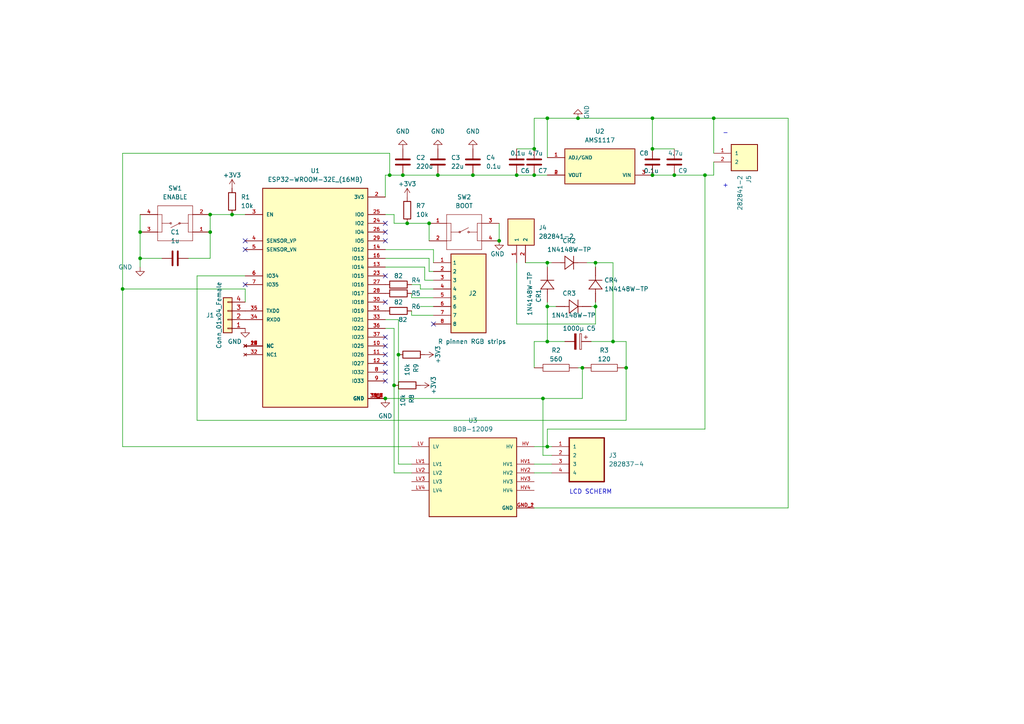
<source format=kicad_sch>
(kicad_sch (version 20211123) (generator eeschema)
  (paper "A4")
  (lib_symbols
    (symbol "1825910-6:1825910-6" (pin_names (offset 1.016) hide)
      (property "Reference" "SW" (at -5.08 5.842 0))
      (property "Value" "1825910-6" (at -5.08 -7.62 0))
      (symbol "1825910-6_0_0"
        (circle (center -1.27 0) (radius 0.254) (stroke (width 0.127)))
        (polyline (pts (xy -5.08 -5.08) (xy 5.08 -5.08)) (stroke (width 0.127)))
        (polyline (pts (xy -5.08 -2.54) (xy -5.08 -5.08)) (stroke (width 0.127)))
        (polyline (pts (xy -5.08 2.54) (xy -5.08 -2.54)) (stroke (width 0.127)))
        (polyline (pts (xy -5.08 2.54) (xy -3.81 2.54)) (stroke (width 0.127)))
        (polyline (pts (xy -5.08 5.08) (xy -5.08 2.54)) (stroke (width 0.127)))
        (polyline (pts (xy -5.08 5.08) (xy 5.08 5.08)) (stroke (width 0.127)))
        (polyline (pts (xy -3.81 -2.54) (xy -5.08 -2.54)) (stroke (width 0.127)))
        (polyline (pts (xy -3.81 0) (xy -3.81 -2.54)) (stroke (width 0.127)))
        (polyline (pts (xy -3.81 0) (xy -1.27 0)) (stroke (width 0.127)))
        (polyline (pts (xy -3.81 2.54) (xy -3.81 0)) (stroke (width 0.127)))
        (polyline (pts (xy -1.27 0) (xy 1.27 1.27)) (stroke (width 0.127)))
        (polyline (pts (xy 1.27 0) (xy 3.81 0)) (stroke (width 0.127)))
        (polyline (pts (xy 3.81 -2.54) (xy 5.08 -2.54)) (stroke (width 0.127)))
        (polyline (pts (xy 3.81 0) (xy 3.81 -2.54)) (stroke (width 0.127)))
        (polyline (pts (xy 3.81 0) (xy 3.81 2.54)) (stroke (width 0.127)))
        (polyline (pts (xy 3.81 2.54) (xy 5.08 2.54)) (stroke (width 0.127)))
        (polyline (pts (xy 5.08 -2.54) (xy 5.08 -5.08)) (stroke (width 0.127)))
        (polyline (pts (xy 5.08 2.54) (xy 5.08 -2.54)) (stroke (width 0.127)))
        (polyline (pts (xy 5.08 5.08) (xy 5.08 2.54)) (stroke (width 0.127)))
        (circle (center 1.27 0) (radius 0.254) (stroke (width 0.127)))
        (pin passive line (at -10.16 2.54 0) (length 5.08) (name "~") (number "1"))
        (pin passive line (at -10.16 -2.54 0) (length 5.08) (name "~") (number "2"))
        (pin passive line (at 10.16 2.54 180) (length 5.08) (name "~") (number "3"))
        (pin passive line (at 10.16 -2.54 180) (length 5.08) (name "~") (number "4"))
      )
    )
    (symbol "1N4148W-TP:1N4148W-TP" (pin_numbers hide) (pin_names (offset 1.016) hide)
      (property "Reference" "CR" (at -2.8194 2.6924 0))
      (property "Value" "1N4148W-TP" (at -3.8862 -5.5372 0))
      (symbol "1N4148W-TP_0_0"
        (polyline (pts (xy 2.54 0) (xy 3.81 0)) (stroke (width 0.2032)))
        (polyline (pts (xy 3.81 -1.905) (xy 6.35 0)) (stroke (width 0.2032)))
        (polyline (pts (xy 3.81 0) (xy 3.81 -1.905)) (stroke (width 0.2032)))
        (polyline (pts (xy 3.81 1.905) (xy 3.81 0)) (stroke (width 0.2032)))
        (polyline (pts (xy 6.35 -1.905) (xy 6.35 0)) (stroke (width 0.2032)))
        (polyline (pts (xy 6.35 0) (xy 3.81 1.905)) (stroke (width 0.2032)))
        (polyline (pts (xy 6.35 0) (xy 6.35 1.905)) (stroke (width 0.2032)))
        (polyline (pts (xy 6.35 0) (xy 7.62 0)) (stroke (width 0.2032)))
        (pin passive line (at 10.16 0 180) (length 2.54) (name "~") (number "1"))
        (pin passive line (at 0 0 0) (length 2.54) (name "~") (number "2"))
      )
    )
    (symbol "282837-4:282837-4" (pin_names (offset 1.016))
      (property "Reference" "J" (at 0 12.7 0))
      (property "Value" "282837-4" (at 0 -10.16 0))
      (symbol "282837-4_0_0"
        (rectangle (start -5.08 -5.08) (end 5.08 7.62) (stroke (width 0.4064)) (fill (type background)))
        (pin passive line (at -10.16 5.08 0) (length 5.08) (name "1") (number "1"))
        (pin passive line (at -10.16 2.54 0) (length 5.08) (name "2") (number "2"))
        (pin passive line (at -10.16 0 0) (length 5.08) (name "3") (number "3"))
        (pin passive line (at -10.16 -2.54 0) (length 5.08) (name "4") (number "4"))
      )
    )
    (symbol "282841-2:282841-2" (pin_names (offset 1.016))
      (property "Reference" "J" (at 0 10.16 0))
      (property "Value" "282841-2" (at 0 -7.62 0))
      (symbol "282841-2_0_0"
        (rectangle (start -5.08 -2.54) (end 2.54 5.08) (stroke (width 0.254)) (fill (type background)))
        (pin passive line (at -10.16 2.54 0) (length 5.08) (name "1") (number "1"))
        (pin passive line (at -10.16 0 0) (length 5.08) (name "2") (number "2"))
      )
    )
    (symbol "282841-5:8_pin_connector"
      (property "Reference" "U" (at -5.08 12.7 0))
      (property "Value" "8_pin_connector" (at 0 -13.97 0))
      (symbol "8_pin_connector_0_0"
        (pin passive line (at -10.16 8.89 0) (length 5.08) (name "1") (number "1"))
        (pin passive line (at -10.16 6.35 0) (length 5.08) (name "2") (number "2"))
        (pin passive line (at -10.16 3.81 0) (length 5.08) (name "3") (number "3"))
        (pin passive line (at -10.16 1.27 0) (length 5.08) (name "4") (number "4"))
        (pin passive line (at -10.16 -1.27 0) (length 5.08) (name "5") (number "5"))
        (pin passive line (at -10.16 -3.81 0) (length 5.08) (name "6") (number "6"))
        (pin passive line (at -10.16 -6.35 0) (length 5.08) (name "7") (number "7"))
        (pin passive line (at -10.16 -8.89 0) (length 5.08) (name "8") (number "8"))
      )
      (symbol "8_pin_connector_0_1"
        (rectangle (start -5.08 11.43) (end 5.08 -11.43))
        (rectangle (start -5.08 11.43) (end 5.08 -11.43) (fill (type background)))
        (polyline (pts (xy -5.08 11.43) (xy -5.08 -11.43) (xy 5.08 -11.43) (xy 5.08 11.43) (xy -5.08 11.43)) (stroke (width 0.254)))
      )
    )
    (symbol "AMS1117:AMS1117" (pin_names (offset 1.016))
      (property "Reference" "U" (at -10.16 5.588 0))
      (property "Value" "AMS1117" (at -10.16 -8.128 0))
      (symbol "AMS1117_0_0"
        (rectangle (start -10.16 -5.08) (end 10.16 5.08) (stroke (width 0.254)) (fill (type background)))
        (pin power_in line (at 15.24 -2.54 180) (length 5.08) (name "ADJ/GND") (number "1"))
        (pin output line (at 15.24 2.54 180) (length 5.08) (name "VOUT") (number "2"))
        (pin input line (at -15.24 2.54 0) (length 5.08) (name "VIN") (number "3"))
        (pin output line (at 15.24 2.54 180) (length 5.08) (name "VOUT") (number "4"))
      )
    )
    (symbol "BOB-12009:BOB-12009" (pin_names (offset 1.016))
      (property "Reference" "U" (at -12.7 11.43 0))
      (property "Value" "BOB-12009" (at -12.7 -15.24 0))
      (symbol "BOB-12009_0_0"
        (rectangle (start -12.7 -12.7) (end 12.7 10.16) (stroke (width 0.254)) (fill (type background)))
        (pin power_in line (at 17.78 -10.16 180) (length 5.08) (name "GND") (number "GND_1"))
        (pin power_in line (at 17.78 -10.16 180) (length 5.08) (name "GND") (number "GND_2"))
        (pin bidirectional line (at 17.78 7.62 180) (length 5.08) (name "HV") (number "HV"))
        (pin bidirectional line (at 17.78 2.54 180) (length 5.08) (name "HV1") (number "HV1"))
        (pin bidirectional line (at 17.78 0 180) (length 5.08) (name "HV2") (number "HV2"))
        (pin bidirectional line (at 17.78 -2.54 180) (length 5.08) (name "HV3") (number "HV3"))
        (pin bidirectional line (at 17.78 -5.08 180) (length 5.08) (name "HV4") (number "HV4"))
        (pin bidirectional line (at -17.78 7.62 0) (length 5.08) (name "LV") (number "LV"))
        (pin bidirectional line (at -17.78 2.54 0) (length 5.08) (name "LV1") (number "LV1"))
        (pin bidirectional line (at -17.78 0 0) (length 5.08) (name "LV2") (number "LV2"))
        (pin bidirectional line (at -17.78 -2.54 0) (length 5.08) (name "LV3") (number "LV3"))
        (pin bidirectional line (at -17.78 -5.08 0) (length 5.08) (name "LV4") (number "LV4"))
      )
    )
    (symbol "Connector_Generic:Conn_01x04" (pin_names (offset 1.016) hide)
      (property "Reference" "J" (at 0 5.08 0))
      (property "Value" "Conn_01x04" (at 0 -7.62 0))
      (symbol "Conn_01x04_1_1"
        (rectangle (start -1.27 -4.953) (end 0 -5.207) (stroke (width 0.1524)))
        (rectangle (start -1.27 -2.413) (end 0 -2.667) (stroke (width 0.1524)))
        (rectangle (start -1.27 0.127) (end 0 -0.127) (stroke (width 0.1524)))
        (rectangle (start -1.27 2.667) (end 0 2.413) (stroke (width 0.1524)))
        (rectangle (start -1.27 3.81) (end 1.27 -6.35) (stroke (width 0.254)) (fill (type background)))
        (pin passive line (at -5.08 2.54 0) (length 3.81) (name "Pin_1") (number "1"))
        (pin passive line (at -5.08 0 0) (length 3.81) (name "Pin_2") (number "2"))
        (pin passive line (at -5.08 -2.54 0) (length 3.81) (name "Pin_3") (number "3"))
        (pin passive line (at -5.08 -5.08 0) (length 3.81) (name "Pin_4") (number "4"))
      )
    )
    (symbol "Device:C" (pin_numbers hide) (pin_names (offset 0.254))
      (property "Reference" "C" (at 0.635 2.54 0))
      (property "Value" "C" (at 0.635 -2.54 0))
      (symbol "C_0_1"
        (polyline (pts (xy -2.032 -0.762) (xy 2.032 -0.762)) (stroke (width 0.508)))
        (polyline (pts (xy -2.032 0.762) (xy 2.032 0.762)) (stroke (width 0.508)))
      )
      (symbol "C_1_1"
        (pin passive line (at 0 3.81 270) (length 2.794) (name "~") (number "1"))
        (pin passive line (at 0 -3.81 90) (length 2.794) (name "~") (number "2"))
      )
    )
    (symbol "Device:C_Polarized" (pin_numbers hide) (pin_names (offset 0.254))
      (property "Reference" "C" (at 0.635 2.54 0))
      (property "Value" "C_Polarized" (at 0.635 -2.54 0))
      (symbol "C_Polarized_0_1"
        (rectangle (start -2.286 0.508) (end 2.286 1.016))
        (polyline (pts (xy -1.778 2.286) (xy -0.762 2.286)))
        (polyline (pts (xy -1.27 2.794) (xy -1.27 1.778)))
        (rectangle (start 2.286 -0.508) (end -2.286 -1.016) (fill (type outline)))
      )
      (symbol "C_Polarized_1_1"
        (pin passive line (at 0 3.81 270) (length 2.794) (name "~") (number "1"))
        (pin passive line (at 0 -3.81 90) (length 2.794) (name "~") (number "2"))
      )
    )
    (symbol "Device:R" (pin_numbers hide) (pin_names (offset 0))
      (property "Reference" "R" (at 2.032 0 90))
      (property "Value" "R" (at 0 0 90))
      (symbol "R_0_1"
        (rectangle (start -1.016 -2.54) (end 1.016 2.54) (stroke (width 0.254)))
      )
      (symbol "R_1_1"
        (pin passive line (at 0 3.81 270) (length 1.27) (name "~") (number "1"))
        (pin passive line (at 0 -3.81 90) (length 1.27) (name "~") (number "2"))
      )
    )
    (symbol "ESP32-WROOM-32E__16MB_:ESP32-WROOM-32E_(16MB)" (pin_names (offset 1.016))
      (property "Reference" "U" (at -15.24 33.909 0))
      (property "Value" "ESP32-WROOM-32E_(16MB)" (at -15.24 -33.02 0))
      (symbol "ESP32-WROOM-32E_(16MB)_0_0"
        (rectangle (start -15.24 -30.48) (end 15.24 33.02) (stroke (width 0.254)) (fill (type background)))
        (pin power_in line (at 20.32 -27.94 180) (length 5.08) (name "GND") (number "1"))
        (pin bidirectional line (at 20.32 -12.7 180) (length 5.08) (name "IO25") (number "10"))
        (pin bidirectional line (at 20.32 -15.24 180) (length 5.08) (name "IO26") (number "11"))
        (pin bidirectional line (at 20.32 -17.78 180) (length 5.08) (name "IO27") (number "12"))
        (pin bidirectional line (at 20.32 10.16 180) (length 5.08) (name "IO14") (number "13"))
        (pin bidirectional line (at 20.32 15.24 180) (length 5.08) (name "IO12") (number "14"))
        (pin power_in line (at 20.32 -27.94 180) (length 5.08) (name "GND") (number "15"))
        (pin bidirectional line (at 20.32 12.7 180) (length 5.08) (name "IO13") (number "16"))
        (pin no_connect line (at -20.32 -12.7 0) (length 5.08) (name "NC") (number "17"))
        (pin no_connect line (at -20.32 -12.7 0) (length 5.08) (name "NC") (number "18"))
        (pin no_connect line (at -20.32 -12.7 0) (length 5.08) (name "NC") (number "19"))
        (pin power_in line (at 20.32 30.48 180) (length 5.08) (name "3V3") (number "2"))
        (pin no_connect line (at -20.32 -12.7 0) (length 5.08) (name "NC") (number "20"))
        (pin no_connect line (at -20.32 -12.7 0) (length 5.08) (name "NC") (number "21"))
        (pin no_connect line (at -20.32 -12.7 0) (length 5.08) (name "NC") (number "22"))
        (pin bidirectional line (at 20.32 7.62 180) (length 5.08) (name "IO15") (number "23"))
        (pin bidirectional line (at 20.32 22.86 180) (length 5.08) (name "IO2") (number "24"))
        (pin bidirectional line (at 20.32 25.4 180) (length 5.08) (name "IO0") (number "25"))
        (pin bidirectional line (at 20.32 20.32 180) (length 5.08) (name "IO4") (number "26"))
        (pin bidirectional line (at 20.32 5.08 180) (length 5.08) (name "IO16") (number "27"))
        (pin bidirectional line (at 20.32 2.54 180) (length 5.08) (name "IO17") (number "28"))
        (pin bidirectional line (at 20.32 17.78 180) (length 5.08) (name "IO5") (number "29"))
        (pin input line (at -20.32 25.4 0) (length 5.08) (name "EN") (number "3"))
        (pin bidirectional line (at 20.32 0 180) (length 5.08) (name "IO18") (number "30"))
        (pin bidirectional line (at 20.32 -2.54 180) (length 5.08) (name "IO19") (number "31"))
        (pin no_connect line (at -20.32 -15.24 0) (length 5.08) (name "NC1") (number "32"))
        (pin bidirectional line (at 20.32 -5.08 180) (length 5.08) (name "IO21") (number "33"))
        (pin bidirectional line (at -20.32 -5.08 0) (length 5.08) (name "RXD0") (number "34"))
        (pin bidirectional line (at -20.32 -2.54 0) (length 5.08) (name "TXD0") (number "35"))
        (pin bidirectional line (at 20.32 -7.62 180) (length 5.08) (name "IO22") (number "36"))
        (pin bidirectional line (at 20.32 -10.16 180) (length 5.08) (name "IO23") (number "37"))
        (pin power_in line (at 20.32 -27.94 180) (length 5.08) (name "GND") (number "38"))
        (pin power_in line (at 20.32 -27.94 180) (length 5.08) (name "GND") (number "39_1"))
        (pin power_in line (at 20.32 -27.94 180) (length 5.08) (name "GND") (number "39_2"))
        (pin power_in line (at 20.32 -27.94 180) (length 5.08) (name "GND") (number "39_3"))
        (pin power_in line (at 20.32 -27.94 180) (length 5.08) (name "GND") (number "39_4"))
        (pin power_in line (at 20.32 -27.94 180) (length 5.08) (name "GND") (number "39_5"))
        (pin power_in line (at 20.32 -27.94 180) (length 5.08) (name "GND") (number "39_6"))
        (pin power_in line (at 20.32 -27.94 180) (length 5.08) (name "GND") (number "39_7"))
        (pin power_in line (at 20.32 -27.94 180) (length 5.08) (name "GND") (number "39_8"))
        (pin power_in line (at 20.32 -27.94 180) (length 5.08) (name "GND") (number "39_9"))
        (pin input line (at -20.32 17.78 0) (length 5.08) (name "SENSOR_VP") (number "4"))
        (pin input line (at -20.32 15.24 0) (length 5.08) (name "SENSOR_VN") (number "5"))
        (pin input line (at -20.32 7.62 0) (length 5.08) (name "IO34") (number "6"))
        (pin input line (at -20.32 5.08 0) (length 5.08) (name "IO35") (number "7"))
        (pin bidirectional line (at 20.32 -20.32 180) (length 5.08) (name "IO32") (number "8"))
        (pin bidirectional line (at 20.32 -22.86 180) (length 5.08) (name "IO33") (number "9"))
      )
    )
    (symbol "power:+3V3" (power) (pin_names (offset 0))
      (property "Value" "+3V3" (at 0 3.556 0))
      (symbol "+3V3_0_1"
        (polyline (pts (xy -0.762 1.27) (xy 0 2.54)))
        (polyline (pts (xy 0 0) (xy 0 2.54)))
        (polyline (pts (xy 0 2.54) (xy 0.762 1.27)))
      )
      (symbol "+3V3_1_1"
        (pin power_in line (at 0 0 90) (length 0) hide (name "+3V3") (number "1"))
      )
    )
    (symbol "power:GND" (power) (pin_names (offset 0))
      (property "Value" "GND" (at 0 -3.81 0))
      (symbol "GND_0_1"
        (polyline (pts (xy 0 0) (xy 0 -1.27) (xy 1.27 -1.27) (xy 0 -2.54) (xy -1.27 -1.27) (xy 0 -1.27)))
      )
      (symbol "GND_1_1"
        (pin power_in line (at 0 0 270) (length 0) hide (name "GND") (number "1"))
      )
    )
    (symbol "pspice:R" (pin_numbers hide) (pin_names (offset 0))
      (property "Reference" "R" (at 2.032 0 90))
      (property "Value" "R" (at 0 0 90))
      (symbol "R_0_1"
        (rectangle (start -1.016 3.81) (end 1.016 -3.81))
      )
      (symbol "R_1_1"
        (pin passive line (at 0 6.35 270) (length 2.54) (name "~") (number "1"))
        (pin passive line (at 0 -6.35 90) (length 2.54) (name "~") (number "2"))
      )
    )
  )
  (junction (at 172.72 76.2))
  (junction (at 172.72 88.9))
  (junction (at 111.76 115.57))
  (junction (at 40.64 74.93))
  (junction (at 137.16 50.8))
  (junction (at 124.46 64.77))
  (junction (at 189.23 50.8))
  (junction (at 114.3 111.76))
  (junction (at 168.91 106.68))
  (junction (at 60.96 67.31))
  (junction (at 40.64 67.31))
  (junction (at 181.61 106.68))
  (junction (at 189.23 34.29))
  (junction (at 158.75 76.2))
  (junction (at 189.23 43.18))
  (junction (at 144.78 69.85))
  (junction (at 60.96 62.23))
  (junction (at 167.64 34.29))
  (junction (at 158.75 99.06))
  (junction (at 157.48 115.57))
  (junction (at 149.86 50.8))
  (junction (at 35.56 83.82))
  (junction (at 158.75 88.9))
  (junction (at 115.57 102.87))
  (junction (at 207.01 34.29))
  (junction (at 195.58 50.8))
  (junction (at 158.75 129.54))
  (junction (at 118.11 64.77))
  (junction (at 158.75 34.29))
  (junction (at 116.84 50.8))
  (junction (at 204.47 50.8))
  (junction (at 177.8 99.06))
  (junction (at 154.94 50.8))
  (junction (at 113.03 50.8))
  (junction (at 154.94 43.18))
  (junction (at 67.31 62.23))
  (junction (at 127 50.8))
  (no_connect (at 71.12 82.55))
  (no_connect (at 111.76 110.49))
  (no_connect (at 111.76 80.01))
  (no_connect (at 111.76 97.79))
  (no_connect (at 71.12 72.39))
  (no_connect (at 71.12 69.85))
  (no_connect (at 111.76 87.63))
  (no_connect (at 111.76 102.87))
  (no_connect (at 111.76 100.33))
  (no_connect (at 111.76 67.31))
  (no_connect (at 111.76 69.85))
  (no_connect (at 125.73 93.98))
  (no_connect (at 111.76 105.41))
  (no_connect (at 111.76 107.95))
  (no_connect (at 111.76 64.77))
  (wire (pts (xy 158.75 87.63) (xy 158.75 88.9)))
  (wire (pts (xy 67.31 62.23) (xy 71.12 62.23)))
  (wire (pts (xy 125.73 72.39) (xy 125.73 76.2)))
  (wire (pts (xy 228.6 34.29) (xy 207.01 34.29)))
  (wire (pts (xy 149.86 50.8) (xy 154.94 50.8)))
  (wire (pts (xy 114.3 62.23) (xy 114.3 64.77)))
  (wire (pts (xy 113.03 44.45) (xy 113.03 50.8)))
  (wire (pts (xy 172.72 76.2) (xy 172.72 77.47)))
  (wire (pts (xy 158.75 88.9) (xy 158.75 99.06)))
  (wire (pts (xy 119.38 137.16) (xy 114.3 137.16)))
  (wire (pts (xy 54.61 74.93) (xy 60.96 74.93)))
  (wire (pts (xy 167.64 34.29) (xy 158.75 34.29)))
  (wire (pts (xy 189.23 34.29) (xy 167.64 34.29)))
  (wire (pts (xy 111.76 50.8) (xy 113.03 50.8)))
  (wire (pts (xy 204.47 50.8) (xy 204.47 124.46)))
  (wire (pts (xy 154.94 137.16) (xy 160.02 137.16)))
  (wire (pts (xy 158.75 34.29) (xy 158.75 45.72)))
  (wire (pts (xy 124.46 78.74) (xy 125.73 78.74)))
  (wire (pts (xy 181.61 106.68) (xy 181.61 99.06)))
  (wire (pts (xy 116.84 50.8) (xy 127 50.8)))
  (wire (pts (xy 171.45 88.9) (xy 172.72 88.9)))
  (wire (pts (xy 121.92 83.82) (xy 125.73 83.82)))
  (wire (pts (xy 181.61 99.06) (xy 177.8 99.06)))
  (wire (pts (xy 119.38 86.36) (xy 125.73 86.36)))
  (wire (pts (xy 113.03 50.8) (xy 116.84 50.8)))
  (wire (pts (xy 195.58 50.8) (xy 204.47 50.8)))
  (wire (pts (xy 168.91 106.68) (xy 168.91 115.57)))
  (wire (pts (xy 189.23 43.18) (xy 189.23 34.29)))
  (wire (pts (xy 71.12 87.63) (xy 71.12 83.82)))
  (wire (pts (xy 170.18 76.2) (xy 172.72 76.2)))
  (wire (pts (xy 171.45 99.06) (xy 177.8 99.06)))
  (wire (pts (xy 157.48 132.08) (xy 160.02 132.08)))
  (wire (pts (xy 115.57 92.71) (xy 111.76 92.71)))
  (wire (pts (xy 157.48 115.57) (xy 157.48 132.08)))
  (wire (pts (xy 111.76 72.39) (xy 125.73 72.39)))
  (wire (pts (xy 40.64 74.93) (xy 40.64 77.47)))
  (wire (pts (xy 189.23 43.18) (xy 195.58 43.18)))
  (wire (pts (xy 114.3 64.77) (xy 118.11 64.77)))
  (wire (pts (xy 40.64 67.31) (xy 40.64 62.23)))
  (wire (pts (xy 114.3 95.25) (xy 111.76 95.25)))
  (wire (pts (xy 154.94 134.62) (xy 160.02 134.62)))
  (wire (pts (xy 35.56 83.82) (xy 35.56 44.45)))
  (wire (pts (xy 207.01 46.99) (xy 207.01 50.8)))
  (wire (pts (xy 111.76 77.47) (xy 123.19 77.47)))
  (wire (pts (xy 119.38 82.55) (xy 121.92 82.55)))
  (wire (pts (xy 158.75 99.06) (xy 163.83 99.06)))
  (wire (pts (xy 154.94 34.29) (xy 154.94 43.18)))
  (wire (pts (xy 158.75 34.29) (xy 154.94 34.29)))
  (wire (pts (xy 111.76 50.8) (xy 111.76 57.15)))
  (wire (pts (xy 123.19 81.28) (xy 125.73 81.28)))
  (wire (pts (xy 119.38 90.17) (xy 119.38 91.44)))
  (wire (pts (xy 119.38 134.62) (xy 115.57 134.62)))
  (wire (pts (xy 204.47 50.8) (xy 207.01 50.8)))
  (wire (pts (xy 127 50.8) (xy 137.16 50.8)))
  (wire (pts (xy 207.01 34.29) (xy 189.23 34.29)))
  (wire (pts (xy 124.46 74.93) (xy 124.46 78.74)))
  (wire (pts (xy 181.61 106.68) (xy 181.61 121.92)))
  (wire (pts (xy 123.19 77.47) (xy 123.19 81.28)))
  (wire (pts (xy 40.64 67.31) (xy 40.64 74.93)))
  (wire (pts (xy 60.96 74.93) (xy 60.96 67.31)))
  (wire (pts (xy 172.72 88.9) (xy 172.72 93.98)))
  (wire (pts (xy 111.76 74.93) (xy 124.46 74.93)))
  (wire (pts (xy 35.56 83.82) (xy 35.56 129.54)))
  (wire (pts (xy 35.56 44.45) (xy 113.03 44.45)))
  (wire (pts (xy 152.4 76.2) (xy 158.75 76.2)))
  (wire (pts (xy 40.64 74.93) (xy 46.99 74.93)))
  (wire (pts (xy 189.23 50.8) (xy 195.58 50.8)))
  (wire (pts (xy 154.94 129.54) (xy 158.75 129.54)))
  (wire (pts (xy 228.6 147.32) (xy 228.6 34.29)))
  (wire (pts (xy 115.57 92.71) (xy 115.57 102.87)))
  (wire (pts (xy 172.72 87.63) (xy 172.72 88.9)))
  (wire (pts (xy 144.78 64.77) (xy 144.78 69.85)))
  (wire (pts (xy 158.75 76.2) (xy 158.75 77.47)))
  (wire (pts (xy 172.72 76.2) (xy 177.8 76.2)))
  (wire (pts (xy 157.48 115.57) (xy 168.91 115.57)))
  (wire (pts (xy 207.01 44.45) (xy 207.01 34.29)))
  (wire (pts (xy 158.75 76.2) (xy 160.02 76.2)))
  (wire (pts (xy 154.94 99.06) (xy 158.75 99.06)))
  (wire (pts (xy 125.73 88.9) (xy 121.92 88.9)))
  (wire (pts (xy 158.75 88.9) (xy 161.29 88.9)))
  (wire (pts (xy 149.86 43.18) (xy 154.94 43.18)))
  (wire (pts (xy 57.15 121.92) (xy 181.61 121.92)))
  (wire (pts (xy 114.3 111.76) (xy 114.3 95.25)))
  (wire (pts (xy 124.46 64.77) (xy 124.46 69.85)))
  (wire (pts (xy 57.15 121.92) (xy 57.15 80.01)))
  (wire (pts (xy 158.75 124.46) (xy 204.47 124.46)))
  (wire (pts (xy 114.3 62.23) (xy 111.76 62.23)))
  (wire (pts (xy 60.96 67.31) (xy 60.96 62.23)))
  (wire (pts (xy 35.56 129.54) (xy 119.38 129.54)))
  (wire (pts (xy 71.12 83.82) (xy 35.56 83.82)))
  (wire (pts (xy 177.8 76.2) (xy 177.8 99.06)))
  (wire (pts (xy 154.94 106.68) (xy 154.94 99.06)))
  (wire (pts (xy 154.94 50.8) (xy 158.75 50.8)))
  (wire (pts (xy 158.75 124.46) (xy 158.75 129.54)))
  (wire (pts (xy 167.64 106.68) (xy 168.91 106.68)))
  (wire (pts (xy 114.3 137.16) (xy 114.3 111.76)))
  (wire (pts (xy 60.96 62.23) (xy 67.31 62.23)))
  (wire (pts (xy 158.75 129.54) (xy 160.02 129.54)))
  (wire (pts (xy 111.76 115.57) (xy 157.48 115.57)))
  (wire (pts (xy 137.16 50.8) (xy 149.86 50.8)))
  (wire (pts (xy 57.15 80.01) (xy 71.12 80.01)))
  (wire (pts (xy 119.38 85.09) (xy 119.38 86.36)))
  (wire (pts (xy 121.92 82.55) (xy 121.92 83.82)))
  (wire (pts (xy 118.11 64.77) (xy 124.46 64.77)))
  (wire (pts (xy 154.94 147.32) (xy 228.6 147.32)))
  (wire (pts (xy 119.38 91.44) (xy 125.73 91.44)))
  (wire (pts (xy 115.57 102.87) (xy 115.57 134.62)))
  (wire (pts (xy 149.86 93.98) (xy 172.72 93.98)))
  (wire (pts (xy 149.86 76.2) (xy 149.86 93.98)))
  (text "LCD SCHERM" (at 165.1 143.51 0) (effects (font (size 1.27 1.27)) (justify left bottom)))
  (text "-" (at 209.55 39.37 0) (effects (font (size 1.27 1.27)) (justify left bottom)))
  (text "+" (at 209.55 54.61 0) (effects (font (size 1.27 1.27)) (justify left bottom)))
  (symbol (lib_id "Device:R") (at 115.57 85.09 90) (unit 1)
    (property "Reference" "R5" (at 120.65 85.09 90))
    (property "Value" "82" (at 115.57 87.63 90))
    (property "Footprint" "Resistor_SMD:R_0805_2012Metric_Pad1.20x1.40mm_HandSolder" (effects hide))
  )
  (symbol (lib_id "Connector_Generic:Conn_01x04") (at 66.04 92.71 180) (unit 1)
    (property "Reference" "J1" (at 60.96 91.44 0))
    (property "Value" "Conn_01x04_Female" (at 63.5 91.44 90))
    (property "Footprint" "Connector_PinHeader_2.54mm:PinHeader_1x04_P2.54mm_Vertical" (effects hide))
  )
  (symbol (lib_id "pspice:R") (at 161.29 106.68 90) (unit 1)
    (property "Reference" "R2" (at 161.29 101.6 90))
    (property "Value" "560" (at 161.29 104.14 90))
    (property "Footprint" "Resistor_SMD:R_0805_2012Metric_Pad1.20x1.40mm_HandSolder" (effects hide))
  )
  (symbol (lib_id "1N4148W-TP:1N4148W-TP") (at 172.72 87.63 90) (unit 1)
    (property "Reference" "CR4" (at 175.26 81.28 90) (effects (justify right)))
    (property "Value" "1N4148W-TP" (at 175.26 83.82 90) (effects (justify right)))
    (property "Footprint" "Diode_SMD:D_0603_1608Metric_Pad1.05x0.95mm_HandSolder" (effects hide))
    (property "MANUFACTURER_PART_NUMBER" "1N4148W-TP" (effects hide))
    (property "BUILT_BY" "EMA_Cory" (effects hide))
    (property "VENDOR" "Micro Commercial Co" (effects hide))
    (property "DATASHEET" "https://www.mccsemi.com/pdf/Products/1N4148W(SOD123).pdf" (effects hide))
    (property "COPYRIGHT" "Copyright (C) 2018 Accelerated Designs. All rights reserved" (effects hide))
  )
  (symbol (lib_id "Device:C") (at 149.86 46.99 180) (unit 1)
    (property "Reference" "C6" (at 153.67 49.53 0) (effects (justify left)))
    (property "Value" "0.1u" (at 152.4 44.45 0) (effects (justify left)))
    (property "Footprint" "Capacitor_SMD:C_0805_2012Metric_Pad1.18x1.45mm_HandSolder" (effects hide))
  )
  (symbol (lib_id "Device:R") (at 115.57 90.17 90) (unit 1)
    (property "Reference" "R6" (at 120.65 88.9 90))
    (property "Value" "82" (at 116.84 92.71 90))
    (property "Footprint" "Resistor_SMD:R_0805_2012Metric_Pad1.20x1.40mm_HandSolder" (effects hide))
  )
  (symbol (lib_id "1N4148W-TP:1N4148W-TP") (at 161.29 88.9 0) (unit 1)
    (property "Reference" "CR3" (at 165.1 85.09 0))
    (property "Value" "1N4148W-TP" (at 166.37 91.44 0))
    (property "Footprint" "Diode_SMD:D_0603_1608Metric_Pad1.05x0.95mm_HandSolder" (effects hide))
    (property "MANUFACTURER_PART_NUMBER" "1N4148W-TP" (effects hide))
    (property "BUILT_BY" "EMA_Cory" (effects hide))
    (property "VENDOR" "Micro Commercial Co" (effects hide))
    (property "DATASHEET" "https://www.mccsemi.com/pdf/Products/1N4148W(SOD123).pdf" (effects hide))
    (property "COPYRIGHT" "Copyright (C) 2018 Accelerated Designs. All rights reserved" (effects hide))
  )
  (symbol (lib_id "power:GND") (at 111.76 115.57 0) (unit 1)
    (property "Reference" "#PWR0102" (effects hide))
    (property "Value" "GND" (at 111.76 120.65 0))
  )
  (symbol (lib_id "power:GND") (at 167.64 34.29 180) (unit 1)
    (property "Reference" "#PWR05" (effects hide))
    (property "Value" "GND" (at 170.18 30.48 90) (effects (justify left)))
  )
  (symbol (lib_id "1825910-6:1825910-6") (at 134.62 67.31 0) (unit 1)
    (property "Reference" "SW2" (at 134.62 57.15 0))
    (property "Value" "BOOT" (at 134.62 59.69 0))
    (property "Footprint" "libraries:SW_1825910-6-4" (effects hide))
    (property "Comment" "1825910-6" (effects hide))
  )
  (symbol (lib_id "Device:R") (at 118.11 111.76 270) (unit 1)
    (property "Reference" "R8" (at 119.3801 114.3 0) (effects (justify left)))
    (property "Value" "10k" (at 116.8401 114.3 0) (effects (justify left)))
    (property "Footprint" "Resistor_SMD:R_0805_2012Metric_Pad1.20x1.40mm_HandSolder" (effects hide))
  )
  (symbol (lib_id "power:GND") (at 127 43.18 180) (unit 1)
    (property "Reference" "#PWR0104" (effects hide))
    (property "Value" "GND" (at 127 38.1 0))
  )
  (symbol (lib_id "Device:R") (at 118.11 60.96 0) (unit 1)
    (property "Reference" "R7" (at 120.65 59.6899 0) (effects (justify left)))
    (property "Value" "10k" (at 120.65 62.2299 0) (effects (justify left)))
    (property "Footprint" "Resistor_SMD:R_0805_2012Metric_Pad1.20x1.40mm_HandSolder" (effects hide))
  )
  (symbol (lib_id "1N4148W-TP:1N4148W-TP") (at 158.75 87.63 90) (unit 1)
    (property "Reference" "CR1" (at 156.21 83.82 0) (effects (justify right)))
    (property "Value" "1N4148W-TP" (at 153.67 78.74 0) (effects (justify right)))
    (property "Footprint" "Diode_SMD:D_0603_1608Metric_Pad1.05x0.95mm_HandSolder" (effects hide))
    (property "MANUFACTURER_PART_NUMBER" "1N4148W-TP" (effects hide))
    (property "BUILT_BY" "EMA_Cory" (effects hide))
    (property "VENDOR" "Micro Commercial Co" (effects hide))
    (property "DATASHEET" "https://www.mccsemi.com/pdf/Products/1N4148W(SOD123).pdf" (effects hide))
    (property "COPYRIGHT" "Copyright (C) 2018 Accelerated Designs. All rights reserved" (effects hide))
  )
  (symbol (lib_id "power:GND") (at 116.84 43.18 180) (unit 1)
    (property "Reference" "#PWR0103" (effects hide))
    (property "Value" "GND" (at 116.84 38.1 0))
  )
  (symbol (lib_id "power:GND") (at 137.16 43.18 180) (unit 1)
    (property "Reference" "#PWR0106" (effects hide))
    (property "Value" "GND" (at 137.16 38.1 0))
  )
  (symbol (lib_id "Device:C") (at 154.94 46.99 180) (unit 1)
    (property "Reference" "C7" (at 158.75 49.53 0) (effects (justify left)))
    (property "Value" "4.7u" (at 157.48 44.45 0) (effects (justify left)))
    (property "Footprint" "Capacitor_SMD:C_0805_2012Metric_Pad1.18x1.45mm_HandSolder" (effects hide))
  )
  (symbol (lib_id "power:+3V3") (at 118.11 57.15 0) (unit 1)
    (property "Reference" "#PWR03" (effects hide))
    (property "Value" "+3V3" (at 118.11 53.34 0))
  )
  (symbol (lib_id "Device:C") (at 116.84 46.99 180) (unit 1)
    (property "Reference" "C2" (at 120.65 45.7199 0) (effects (justify right)))
    (property "Value" "220u" (at 120.65 48.2599 0) (effects (justify right)))
    (property "Footprint" "libraries:CAP_EEE0JA101WR" (effects hide))
  )
  (symbol (lib_id "282841-2:282841-2") (at 152.4 66.04 90) (unit 1)
    (property "Reference" "J4" (at 156.21 66.0399 90) (effects (justify right)))
    (property "Value" "282841-2" (at 156.21 68.5799 90) (effects (justify right)))
    (property "Footprint" "libraries:TE_282841-2" (effects hide))
    (property "Comment" "282841-2" (effects hide))
    (property "EU_RoHS_Compliance" "Compliant with Exemptions" (effects hide))
  )
  (symbol (lib_id "282837-4:282837-4") (at 170.18 134.62 0) (unit 1)
    (property "Reference" "J3" (at 176.53 132.0799 0) (effects (justify left)))
    (property "Value" "282837-4" (at 176.53 134.6199 0) (effects (justify left)))
    (property "Footprint" "282837-4:TE_282837-4" (effects hide))
    (property "Comment" "282837-4" (effects hide))
    (property "EU_RoHS_Compliance" "Compliant with Exemptions" (effects hide))
  )
  (symbol (lib_id "1N4148W-TP:1N4148W-TP") (at 160.02 76.2 0) (unit 1)
    (property "Reference" "CR2" (at 165.1 69.85 0))
    (property "Value" "1N4148W-TP" (at 165.1 72.39 0))
    (property "Footprint" "Diode_SMD:D_0603_1608Metric_Pad1.05x0.95mm_HandSolder" (effects hide))
    (property "MANUFACTURER_PART_NUMBER" "1N4148W-TP" (effects hide))
    (property "BUILT_BY" "EMA_Cory" (effects hide))
    (property "VENDOR" "Micro Commercial Co" (effects hide))
    (property "DATASHEET" "https://www.mccsemi.com/pdf/Products/1N4148W(SOD123).pdf" (effects hide))
    (property "COPYRIGHT" "Copyright (C) 2018 Accelerated Designs. All rights reserved" (effects hide))
  )
  (symbol (lib_id "Device:C") (at 50.8 74.93 90) (unit 1)
    (property "Reference" "C1" (at 50.8 67.31 90))
    (property "Value" "1u" (at 50.8 69.85 90))
    (property "Footprint" "Capacitor_SMD:C_0805_2012Metric_Pad1.18x1.45mm_HandSolder" (effects hide))
  )
  (symbol (lib_id "Device:C") (at 127 46.99 180) (unit 1)
    (property "Reference" "C3" (at 130.81 45.7199 0) (effects (justify right)))
    (property "Value" "22u" (at 130.81 48.2599 0) (effects (justify right)))
    (property "Footprint" "Capacitor_SMD:C_0805_2012Metric_Pad1.18x1.45mm_HandSolder" (effects hide))
  )
  (symbol (lib_id "Device:C") (at 195.58 46.99 180) (unit 1)
    (property "Reference" "C9" (at 199.39 49.53 0) (effects (justify left)))
    (property "Value" "4.7u" (at 198.12 44.45 0) (effects (justify left)))
    (property "Footprint" "Capacitor_SMD:C_0805_2012Metric_Pad1.18x1.45mm_HandSolder" (effects hide))
  )
  (symbol (lib_id "Device:C_Polarized") (at 167.64 99.06 270) (unit 1)
    (property "Reference" "C5" (at 171.45 95.25 90))
    (property "Value" "1000µ" (at 166.37 95.25 90))
    (property "Footprint" "Capacitor_THT:CP_Axial_L26.5mm_D20.0mm_P33.00mm_Horizontal" (effects hide))
  )
  (symbol (lib_id "Device:R") (at 67.31 58.42 0) (unit 1)
    (property "Reference" "R1" (at 69.85 57.1499 0) (effects (justify left)))
    (property "Value" "10k" (at 69.85 59.6899 0) (effects (justify left)))
    (property "Footprint" "Resistor_SMD:R_0805_2012Metric_Pad1.20x1.40mm_HandSolder" (effects hide))
  )
  (symbol (lib_id "power:+3V3") (at 67.31 54.61 0) (unit 1)
    (property "Reference" "#PWR01" (effects hide))
    (property "Value" "+3V3" (at 67.31 50.8 0))
  )
  (symbol (lib_id "Device:R") (at 115.57 82.55 90) (unit 1)
    (property "Reference" "R4" (at 120.65 81.28 90))
    (property "Value" "82" (at 115.57 80.01 90))
    (property "Footprint" "Resistor_SMD:R_0805_2012Metric_Pad1.20x1.40mm_HandSolder" (effects hide))
  )
  (symbol (lib_id "Device:C") (at 189.23 46.99 0) (unit 1)
    (property "Reference" "C8" (at 185.42 44.45 0) (effects (justify left)))
    (property "Value" "0.1u" (at 186.69 49.53 0) (effects (justify left)))
    (property "Footprint" "Capacitor_SMD:C_0805_2012Metric_Pad1.18x1.45mm_HandSolder" (effects hide))
  )
  (symbol (lib_id "power:GND") (at 40.64 77.47 0) (unit 1)
    (property "Reference" "#PWR0101" (effects hide))
    (property "Value" "GND" (at 34.29 77.47 0) (effects (justify left)))
  )
  (symbol (lib_id "power:GND") (at 144.78 69.85 0) (unit 1)
    (property "Reference" "#PWR04" (effects hide))
    (property "Value" "GND" (at 142.24 73.66 0) (effects (justify left)))
  )
  (symbol (lib_id "BOB-12009:BOB-12009") (at 137.16 137.16 0) (unit 1)
    (property "Reference" "U3" (at 137.16 121.92 0))
    (property "Value" "BOB-12009" (at 137.16 124.46 0))
    (property "Footprint" "BOB-12009:CONV_BOB-12009" (effects hide))
    (property "MANUFACTURER" "SparkFun Electronics" (effects hide))
    (property "STANDARD" "Manufacturer Recommendations" (effects hide))
    (property "MAXIMUM_PACKAGE_HEIGHT" "N/A" (effects hide))
    (property "PARTREV" "01" (effects hide))
  )
  (symbol (lib_id "Device:C") (at 137.16 46.99 180) (unit 1)
    (property "Reference" "C4" (at 140.97 45.7199 0) (effects (justify right)))
    (property "Value" "0.1u" (at 140.97 48.26 0) (effects (justify right)))
    (property "Footprint" "Capacitor_SMD:C_0805_2012Metric_Pad1.18x1.45mm_HandSolder" (effects hide))
  )
  (symbol (lib_id "1825910-6:1825910-6") (at 50.8 64.77 180) (unit 1)
    (property "Reference" "SW1" (at 50.8 54.61 0))
    (property "Value" "ENABLE" (at 50.8 57.15 0))
    (property "Footprint" "libraries:SW_1825910-6-4" (effects hide))
    (property "Comment" "1825910-6" (effects hide))
  )
  (symbol (lib_id "282841-2:282841-2") (at 217.17 46.99 0) (unit 1)
    (property "Reference" "J5" (at 217.1701 50.8 90) (effects (justify right)))
    (property "Value" "282841-2" (at 214.6301 50.8 90) (effects (justify right)))
    (property "Footprint" "libraries:TE_282841-2" (effects hide))
    (property "Comment" "282841-2" (effects hide))
    (property "EU_RoHS_Compliance" "Compliant with Exemptions" (effects hide))
  )
  (symbol (lib_id "AMS1117:AMS1117") (at 173.99 48.26 180) (unit 1)
    (property "Reference" "U2" (at 173.99 38.1 0))
    (property "Value" "AMS1117" (at 173.99 40.64 0))
    (property "Footprint" "libraries:SOT229P700X180-4N" (effects hide))
    (property "MANUFACTURER" "AMS" (effects hide))
    (property "MAXIMUM_PACKAGE_HEIGHT" "1.8mm" (effects hide))
    (property "PARTREV" "N/A" (effects hide))
    (property "STANDARD" "IPC-7351B" (effects hide))
  )
  (symbol (lib_id "power:GND") (at 71.12 95.25 0) (unit 1)
    (property "Reference" "#PWR02" (effects hide))
    (property "Value" "GND" (at 66.04 99.06 0) (effects (justify left)))
  )
  (symbol (lib_id "power:+3V3") (at 121.92 111.76 270) (unit 1)
    (property "Reference" "#PWR0107" (effects hide))
    (property "Value" "+3V3" (at 125.73 111.76 0))
  )
  (symbol (lib_id "282841-5:8_pin_connector") (at 135.89 85.09 0) (unit 1)
    (property "Reference" "J2" (at 135.89 85.09 0) (effects (justify left)))
    (property "Value" "R pinnen RGB strips" (at 127 99.06 0) (effects (justify left)))
    (property "Footprint" "libraries:TE_282841-8" (effects hide))
  )
  (symbol (lib_id "power:+3V3") (at 123.19 102.87 270) (unit 1)
    (property "Reference" "#PWR0105" (effects hide))
    (property "Value" "+3V3" (at 127 102.87 0))
  )
  (symbol (lib_id "ESP32-WROOM-32E__16MB_:ESP32-WROOM-32E_(16MB)") (at 91.44 87.63 0) (unit 1)
    (property "Reference" "U1" (at 91.44 49.53 0))
    (property "Value" "ESP32-WROOM-32E_(16MB)" (at 91.44 52.07 0))
    (property "Footprint" "libraries:XCVR_ESP32-WROOM-32E_(16MB)" (effects hide))
    (property "PARTREV" "1.4" (effects hide))
    (property "STANDARD" "Manufacturer Recommendations" (effects hide))
    (property "MAXIMUM_PACKAGE_HEIGHT" "3.25mm" (effects hide))
    (property "MANUFACTURER" "Espressif Systems" (effects hide))
  )
  (symbol (lib_id "Device:R") (at 119.38 102.87 270) (unit 1)
    (property "Reference" "R9" (at 120.6501 105.41 0) (effects (justify left)))
    (property "Value" "10k" (at 118.1101 105.41 0) (effects (justify left)))
    (property "Footprint" "Resistor_SMD:R_0805_2012Metric_Pad1.20x1.40mm_HandSolder" (effects hide))
  )
  (symbol (lib_id "pspice:R") (at 175.26 106.68 90) (unit 1)
    (property "Reference" "R3" (at 175.26 101.6 90))
    (property "Value" "120" (at 175.26 104.14 90))
    (property "Footprint" "Resistor_SMD:R_0805_2012Metric_Pad1.20x1.40mm_HandSolder" (effects hide))
  )
)
</source>
